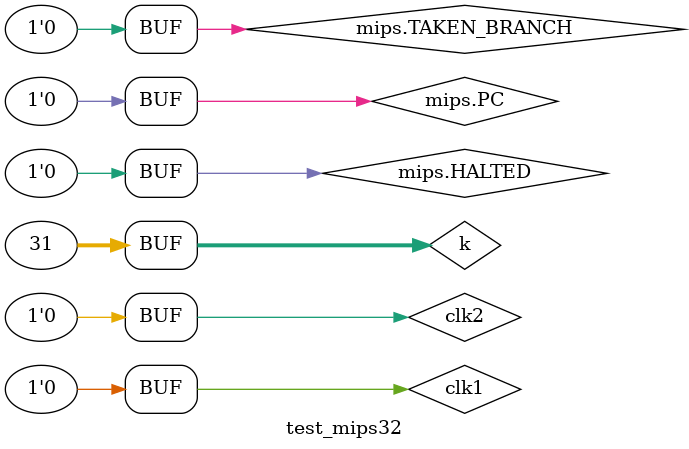
<source format=v>
  module Pipe_Mips32 (clk1, clk2);
  input clk1, clk2; // Two-phase clock
  reg [31:0] PC, IF_ID_IR, IF_ID_NPC;
  reg [31:0] ID_EX_IR, ID_EX_NPC, ID_EX_A, ID_EX_B, ID_EX_Imm;
  reg [2:0] ID_EX_type, EX_MEM_type, MEM_WB_type;
  reg [31:0] EX_MEM_IR, EX_MEM_ALUOut, EX_MEM_B;
  reg EX_MEM_cond;
  reg [31:0] MEM_WB_IR, MEM_WB_ALUOut, MEM_WB_LMD;
  reg [31:0] Reg [0:31]; // Register bank (32 x 32)
  reg [31:0] Mem [0:1023]; // 1024 x 32 memory
  parameter ADD=6'b000000, SUB=6'b000001, AND=6'b000010, OR=6'b000011,
            SLT=6'b000100, MUL=6'b000101, HLT=6'b111111, LW=6'b001000,
            SW=6'b001001, ADDI=6'b001010, SUBI=6'b001011,SLTI=6'b001100,
            BNEQZ=6'b001101, BEQZ=6'b001110;
  parameter RR_ALU=3'b000, RM_ALU=3'b001, LOAD=3'b010, STORE=3'b011,
            BRANCH=3'b100, HALT=3'b101;
  reg HALTED;
  // Set after HLT instruction is completed (in WB stage)
  reg TAKEN_BRANCH;
  // Required to disable instructions after branch
  
  
  always @(posedge clk1) // IF Stage
    if (HALTED == 0)
    begin
      if (((EX_MEM_IR[31:26] == BEQZ) && (EX_MEM_cond == 1)) ||
          ((EX_MEM_IR[31:26] == BNEQZ) && (EX_MEM_cond == 0)))
      begin
        IF_ID_IR <= #2 Mem[EX_MEM_ALUOut];
        TAKEN_BRANCH <= #2 1'b1;
        IF_ID_NPC <= #2 EX_MEM_ALUOut + 1;
        PC <= #2 EX_MEM_ALUOut + 1;
      end
      else
      begin
        IF_ID_IR <= #2 Mem[PC];
        IF_ID_NPC <= #2 PC + 1;
        PC <= #2 PC + 1;
      end
    end
  
  always @(posedge clk2) // ID Stage
    if (HALTED == 0)
    begin
      if (IF_ID_IR[25:21] == 5'b00000)
        ID_EX_A <= 0;
      else
        ID_EX_A <= #2 Reg[IF_ID_IR[25:21]]; // "rs"
      if (IF_ID_IR[20:16] == 5'b00000)
        ID_EX_B <= 0;
      else
        ID_EX_B <= #2 Reg[IF_ID_IR[20:16]]; // "rt"
      ID_EX_NPC <= #2 IF_ID_NPC;
      ID_EX_IR <= #2 IF_ID_IR;
      ID_EX_Imm <= #2 {{16{IF_ID_IR[15]}}, {IF_ID_IR[15:0]}};
      case (IF_ID_IR[31:26])
        ADD,SUB,AND,OR,SLT,MUL:
          ID_EX_type <= #2 RR_ALU;
        ADDI,SUBI,SLTI:
          ID_EX_type <= #2 RM_ALU;
        LW:
          ID_EX_type <= #2 LOAD;
        SW:
          ID_EX_type <= #2 STORE;
        BNEQZ,BEQZ:
          ID_EX_type <= #2 BRANCH;
        HLT:
          ID_EX_type <= #2 HALT;
        default:
          ID_EX_type <= #2 HALT;
        // Invalid opcode
      endcase
    end
  
  always @(posedge clk1) // EX Stage
    if (HALTED == 0)
    begin
      EX_MEM_type <= #2 ID_EX_type;
      EX_MEM_IR <= #2 ID_EX_IR;
      TAKEN_BRANCH <= #2 0;
      case (ID_EX_type)
        RR_ALU:
        begin
          case (ID_EX_IR[31:26]) // "opcode"
            ADD:
              EX_MEM_ALUOut <= #2 ID_EX_A + ID_EX_B;
            SUB:
              EX_MEM_ALUOut <= #2 ID_EX_A - ID_EX_B;
            AND:
              EX_MEM_ALUOut <= #2 ID_EX_A & ID_EX_B;
            OR:
              EX_MEM_ALUOut <= #2 ID_EX_A | ID_EX_B;
            SLT:
              EX_MEM_ALUOut <= #2 ID_EX_A < ID_EX_B;
            MUL:
              EX_MEM_ALUOut <= #2 ID_EX_A * ID_EX_B;
            default:
              EX_MEM_ALUOut <= #2 32'hxxxxxxxx;
          endcase
        end
        RM_ALU:
        begin
          case (ID_EX_IR[31:26]) // "opcode"
            ADDI:
              EX_MEM_ALUOut <= #2 ID_EX_A + ID_EX_Imm;
            SUBI:
              EX_MEM_ALUOut <= #2 ID_EX_A - ID_EX_Imm;
            SLTI:
              EX_MEM_ALUOut <= #2 ID_EX_A < ID_EX_Imm;
            default:
              EX_MEM_ALUOut <= #2 32'hxxxxxxxx;
          endcase
        end
        LOAD, STORE:
        begin
          EX_MEM_ALUOut <= #2 ID_EX_A + ID_EX_Imm;
          EX_MEM_B <= #2 ID_EX_B;
        end
        BRANCH:
        begin
          EX_MEM_ALUOut <= #2 ID_EX_NPC + ID_EX_Imm;
          EX_MEM_cond <= #2 (ID_EX_A == 0);
        end
      endcase
    end
  
  
  always @(posedge clk2) // MEM Stage
    if (HALTED == 0)
    begin
      MEM_WB_type <= EX_MEM_type;
      MEM_WB_IR <= #2 EX_MEM_IR;
      case (EX_MEM_type)
        RR_ALU, RM_ALU:
          MEM_WB_ALUOut <= #2 EX_MEM_ALUOut;
        LOAD:
          MEM_WB_LMD <= #2 Mem[EX_MEM_ALUOut];
        STORE:
          if (TAKEN_BRANCH == 0) // Disable write
            Mem[EX_MEM_ALUOut] <= #2 EX_MEM_B;
      endcase
    end
  
  
  always @(posedge clk1) // WB Stage
  begin
    if (TAKEN_BRANCH == 0) // Disable write if branch taken
    case (MEM_WB_type)
      RR_ALU:
        Reg[MEM_WB_IR[15:11]] <= #2 MEM_WB_ALUOut; // "rd"
      RM_ALU:
        Reg[MEM_WB_IR[20:16]] <= #2 MEM_WB_ALUOut; // "rt"
      LOAD:
        Reg[MEM_WB_IR[20:16]] <= #2 MEM_WB_LMD; // "rt"
      HALT:
        HALTED <= #2 1'b1;
    endcase
  end
endmodule


//Test bench

module test_mips32;
  reg clk1, clk2;
  integer k;
  Pipe_Mips32 mips (clk1, clk2);
  initial
  begin
    clk1 = 0;
    clk2 = 0;
    repeat (400) // Generating two-phase clock
    begin
      #5 clk1 = 1;
      #5 clk1 = 0;
      #5 clk2 = 1;
      #5 clk2 = 0;
    end
  end
  initial
  begin
  mips.Mem[198]=0;
    for (k=0; k<31; k=k+1)
      mips.Reg[k] = k;
    	// Load the program into memory
    mips.Mem[0] = 32'h280a00c8; // ADDI R10, R0, 200  ; R10 = 200 (memory location for factorial calculation)
    mips.Mem[1] = 32'h28020001; // ADDI R2, R0, 1     ; R2 = 1 (initial value for the factorial)
    mips.Mem[2] = 32'h0ce77800; // DUMMY instruction  ; No operation
    mips.Mem[3] = 32'h21430000; // LW R3, 0(R10)      ; R3 = Mem[R10] (load the number for which factorial is calculated)
    mips.Mem[4] = 32'h0ce77800; // DUMMY instruction  ; No operation
    mips.Mem[5] = 32'h14431000; // Loop: MUL R2, R2, R3 ; R2 = R2 * R3
    mips.Mem[6] = 32'h2c630001; // SUBI R3, R3, 1     ; R3 = R3 - 1
    mips.Mem[7] = 32'h0ce77800; // DUMMY instruction  ; No operation
    mips.Mem[8] = 32'h3460fffc; // BNEQZ R3, Loop     ; if R3 != 0, branch to Loop
    mips.Mem[9] = 32'h2542fffe; // SW R2, -2(R10)     ; Mem[R10-2] = R2 (store the result)
    mips.Mem[10] = 32'hfc000000; // HALT               ; Halt the program
    mips.Mem[200] = 3; // Number for which factorial is to be calculated (3!)
    mips.HALTED =0;
	mips.PC=0;
        mips.TAKEN_BRANCH = 0;
    
     //for (k=0; k<32; k=k+1)
      // $display ("R%1d - %2d mips.mem[198]", k, mips.Reg[k],mips.Mem[198]);
  end
  always @(*)
  begin 
  $monitor("Pc=%d R2=%d mem[198]=%d ",mips.PC,mips.Reg[2],mips.Mem[198]); end
endmodule



/*
       // Initialize memory with instructions
        mips.Mem[0] = 32'h28010078; // ADDI R1, R0, 120
        mips.Mem[1] = 32'h0ce77800; // OR R7, R7, R7 -- dummy instr.
        mips.Mem[2] = 32'h20220000; // LW R2, 0(R1)
        mips.Mem[3] = 32'h0ce77800; // OR R7, R7, R7 -- dummy instr.
        mips.Mem[4] = 32'h2842002d; // ADDI R2, R2, 45
        mips.Mem[5] = 32'h0ce77800; // OR R7, R7, R7 -- dummy instr
        mips.Mem[6] = 32'h24220001; // SW R2, 1(R1)
        mips.Mem[7] = 32'hfc000000; // HLT

 mips.Mem[120] = 85;
 */
 
 /*
  mips.Mem[0] = 32'h2801000a; // ADDI R1,R0,10
 mips.Mem[1] = 32'h28020014; // ADDI R2,R0,20
 mips.Mem[2] = 32'h28030019; // ADDI R3,R0,25
 mips.Mem[3] = 32'h0ce77800; // OR R7,R7,R7 -- dummy instr.
 mips.Mem[4] = 32'h0ce77800; // OR R7,R7,R7 -- dummy instr.
 mips.Mem[5] = 32'h00222000; // ADD R4,R1,R2
 mips.Mem[6] = 32'h0ce77800; // OR R7,R7,R7 -- dummy instr.
 mips.Mem[7] = 32'h00832800; // ADD R5,R4,R3
 mips.Mem[8] = 32'hfc000000; // HLT
 */

</source>
